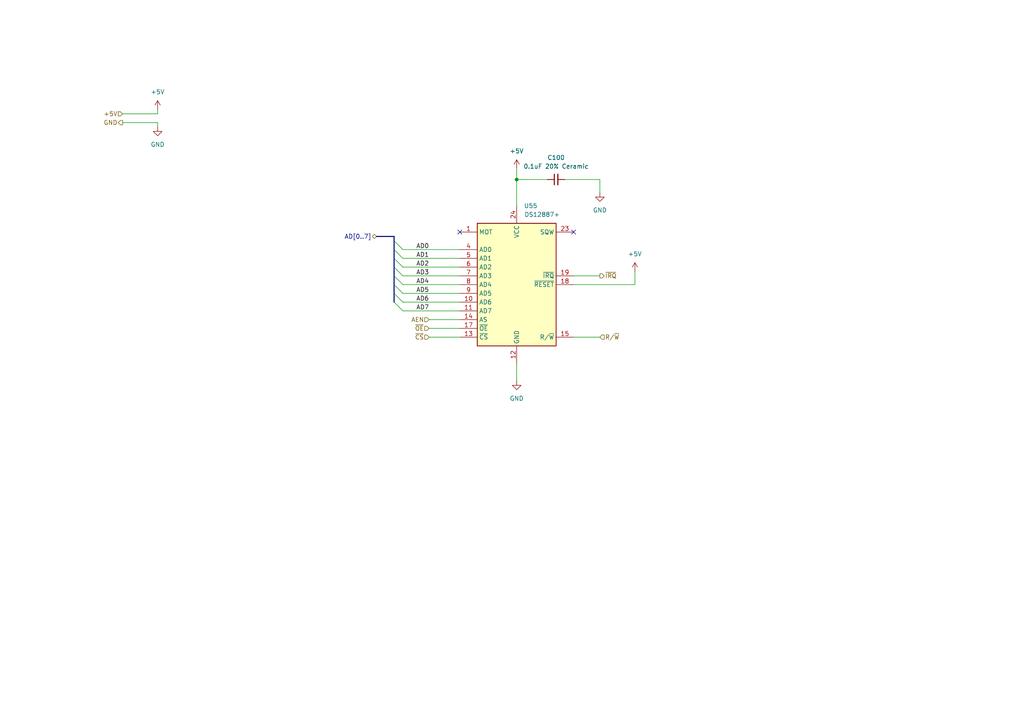
<source format=kicad_sch>
(kicad_sch
	(version 20231120)
	(generator "eeschema")
	(generator_version "8.0")
	(uuid "e27a59d5-7fc4-4d28-8e05-71093b7f1ae5")
	(paper "A4")
	(lib_symbols
		(symbol "Device:C_Small"
			(pin_numbers hide)
			(pin_names
				(offset 0.254) hide)
			(exclude_from_sim no)
			(in_bom yes)
			(on_board yes)
			(property "Reference" "C"
				(at 0.254 1.778 0)
				(effects
					(font
						(size 1.27 1.27)
					)
					(justify left)
				)
			)
			(property "Value" "C_Small"
				(at 0.254 -2.032 0)
				(effects
					(font
						(size 1.27 1.27)
					)
					(justify left)
				)
			)
			(property "Footprint" ""
				(at 0 0 0)
				(effects
					(font
						(size 1.27 1.27)
					)
					(hide yes)
				)
			)
			(property "Datasheet" "~"
				(at 0 0 0)
				(effects
					(font
						(size 1.27 1.27)
					)
					(hide yes)
				)
			)
			(property "Description" "Unpolarized capacitor, small symbol"
				(at 0 0 0)
				(effects
					(font
						(size 1.27 1.27)
					)
					(hide yes)
				)
			)
			(property "ki_keywords" "capacitor cap"
				(at 0 0 0)
				(effects
					(font
						(size 1.27 1.27)
					)
					(hide yes)
				)
			)
			(property "ki_fp_filters" "C_*"
				(at 0 0 0)
				(effects
					(font
						(size 1.27 1.27)
					)
					(hide yes)
				)
			)
			(symbol "C_Small_0_1"
				(polyline
					(pts
						(xy -1.524 -0.508) (xy 1.524 -0.508)
					)
					(stroke
						(width 0.3302)
						(type default)
					)
					(fill
						(type none)
					)
				)
				(polyline
					(pts
						(xy -1.524 0.508) (xy 1.524 0.508)
					)
					(stroke
						(width 0.3048)
						(type default)
					)
					(fill
						(type none)
					)
				)
			)
			(symbol "C_Small_1_1"
				(pin passive line
					(at 0 2.54 270)
					(length 2.032)
					(name "~"
						(effects
							(font
								(size 1.27 1.27)
							)
						)
					)
					(number "1"
						(effects
							(font
								(size 1.27 1.27)
							)
						)
					)
				)
				(pin passive line
					(at 0 -2.54 90)
					(length 2.032)
					(name "~"
						(effects
							(font
								(size 1.27 1.27)
							)
						)
					)
					(number "2"
						(effects
							(font
								(size 1.27 1.27)
							)
						)
					)
				)
			)
		)
		(symbol "SamacSys_Parts:DS12887+"
			(exclude_from_sim no)
			(in_bom yes)
			(on_board yes)
			(property "Reference" "IC"
				(at 29.21 7.62 0)
				(effects
					(font
						(size 1.27 1.27)
					)
					(justify left top)
				)
			)
			(property "Value" "DS12887+"
				(at 29.21 5.08 0)
				(effects
					(font
						(size 1.27 1.27)
					)
					(justify left top)
				)
			)
			(property "Footprint" "DIP1549W53P254L3378H1041Q24N"
				(at 29.21 -94.92 0)
				(effects
					(font
						(size 1.27 1.27)
					)
					(justify left top)
					(hide yes)
				)
			)
			(property "Datasheet" "https://datasheet.datasheetarchive.com/originals/distributors/SFDatasheet-4/sf-00086244.pdf"
				(at 29.21 -194.92 0)
				(effects
					(font
						(size 1.27 1.27)
					)
					(justify left top)
					(hide yes)
				)
			)
			(property "Description" "DS12887+, Real Time Clock, Alarm, Calendar, Clock, 114B RAM, Multiplexed, 4.5  5.5 V, 24-Pin EDIP"
				(at 14.732 -69.596 0)
				(effects
					(font
						(size 1.27 1.27)
					)
					(hide yes)
				)
			)
			(property "Height" "10.414"
				(at 29.21 -394.92 0)
				(effects
					(font
						(size 1.27 1.27)
					)
					(justify left top)
					(hide yes)
				)
			)
			(property "Mouser Part Number" "700-DS12887"
				(at 29.21 -494.92 0)
				(effects
					(font
						(size 1.27 1.27)
					)
					(justify left top)
					(hide yes)
				)
			)
			(property "Mouser Price/Stock" "https://www.mouser.co.uk/ProductDetail/Maxim-Integrated/DS12887%2b?qs=0Y9aZN%252BMVCXiqPsl9Ldr1A%3D%3D"
				(at 29.21 -594.92 0)
				(effects
					(font
						(size 1.27 1.27)
					)
					(justify left top)
					(hide yes)
				)
			)
			(property "Manufacturer_Name" "Analog Devices"
				(at 29.21 -694.92 0)
				(effects
					(font
						(size 1.27 1.27)
					)
					(justify left top)
					(hide yes)
				)
			)
			(property "Manufacturer_Part_Number" "DS12887+"
				(at 29.21 -794.92 0)
				(effects
					(font
						(size 1.27 1.27)
					)
					(justify left top)
					(hide yes)
				)
			)
			(symbol "DS12887+_1_1"
				(rectangle
					(start 5.08 2.54)
					(end 27.94 -33.02)
					(stroke
						(width 0.254)
						(type default)
					)
					(fill
						(type background)
					)
				)
				(pin input line
					(at 0 0 0)
					(length 5.08)
					(name "MOT"
						(effects
							(font
								(size 1.27 1.27)
							)
						)
					)
					(number "1"
						(effects
							(font
								(size 1.27 1.27)
							)
						)
					)
				)
				(pin bidirectional line
					(at 0 -20.32 0)
					(length 5.08)
					(name "AD6"
						(effects
							(font
								(size 1.27 1.27)
							)
						)
					)
					(number "10"
						(effects
							(font
								(size 1.27 1.27)
							)
						)
					)
				)
				(pin bidirectional line
					(at 0 -22.86 0)
					(length 5.08)
					(name "AD7"
						(effects
							(font
								(size 1.27 1.27)
							)
						)
					)
					(number "11"
						(effects
							(font
								(size 1.27 1.27)
							)
						)
					)
				)
				(pin power_in line
					(at 16.51 -38.1 90)
					(length 5.08)
					(name "GND"
						(effects
							(font
								(size 1.27 1.27)
							)
						)
					)
					(number "12"
						(effects
							(font
								(size 1.27 1.27)
							)
						)
					)
				)
				(pin input line
					(at 0 -30.48 0)
					(length 5.08)
					(name "~{CS}"
						(effects
							(font
								(size 1.27 1.27)
							)
						)
					)
					(number "13"
						(effects
							(font
								(size 1.27 1.27)
							)
						)
					)
				)
				(pin input line
					(at 0 -25.4 0)
					(length 5.08)
					(name "AS"
						(effects
							(font
								(size 1.27 1.27)
							)
						)
					)
					(number "14"
						(effects
							(font
								(size 1.27 1.27)
							)
						)
					)
				)
				(pin input line
					(at 33.02 -30.48 180)
					(length 5.08)
					(name "R/~{W}"
						(effects
							(font
								(size 1.27 1.27)
							)
						)
					)
					(number "15"
						(effects
							(font
								(size 1.27 1.27)
							)
						)
					)
				)
				(pin no_connect line
					(at -6.35 -50.8 0)
					(length 5.08) hide
					(name "N.C."
						(effects
							(font
								(size 1.27 1.27)
							)
						)
					)
					(number "16"
						(effects
							(font
								(size 1.27 1.27)
							)
						)
					)
				)
				(pin input line
					(at 0 -27.94 0)
					(length 5.08)
					(name "~{OE}"
						(effects
							(font
								(size 1.27 1.27)
							)
						)
					)
					(number "17"
						(effects
							(font
								(size 1.27 1.27)
							)
						)
					)
					(alternate "DS" input line)
				)
				(pin input line
					(at 33.02 -15.24 180)
					(length 5.08)
					(name "~{RESET}"
						(effects
							(font
								(size 1.27 1.27)
							)
						)
					)
					(number "18"
						(effects
							(font
								(size 1.27 1.27)
							)
						)
					)
				)
				(pin output line
					(at 33.02 -12.7 180)
					(length 5.08)
					(name "~{IRQ}"
						(effects
							(font
								(size 1.27 1.27)
							)
						)
					)
					(number "19"
						(effects
							(font
								(size 1.27 1.27)
							)
						)
					)
				)
				(pin no_connect line
					(at -6.35 -38.1 0)
					(length 5.08) hide
					(name "N.C."
						(effects
							(font
								(size 1.27 1.27)
							)
						)
					)
					(number "2"
						(effects
							(font
								(size 1.27 1.27)
							)
						)
					)
				)
				(pin no_connect line
					(at -6.35 -48.26 0)
					(length 5.08) hide
					(name "N.C."
						(effects
							(font
								(size 1.27 1.27)
							)
						)
					)
					(number "20"
						(effects
							(font
								(size 1.27 1.27)
							)
						)
					)
				)
				(pin no_connect line
					(at -6.35 -45.72 0)
					(length 5.08) hide
					(name "N.C."
						(effects
							(font
								(size 1.27 1.27)
							)
						)
					)
					(number "21"
						(effects
							(font
								(size 1.27 1.27)
							)
						)
					)
				)
				(pin no_connect line
					(at -6.35 -43.18 0)
					(length 5.08) hide
					(name "N.C."
						(effects
							(font
								(size 1.27 1.27)
							)
						)
					)
					(number "22"
						(effects
							(font
								(size 1.27 1.27)
							)
						)
					)
				)
				(pin output line
					(at 33.02 0 180)
					(length 5.08)
					(name "SQW"
						(effects
							(font
								(size 1.27 1.27)
							)
						)
					)
					(number "23"
						(effects
							(font
								(size 1.27 1.27)
							)
						)
					)
				)
				(pin power_in line
					(at 16.51 7.62 270)
					(length 5.08)
					(name "VCC"
						(effects
							(font
								(size 1.27 1.27)
							)
						)
					)
					(number "24"
						(effects
							(font
								(size 1.27 1.27)
							)
						)
					)
				)
				(pin no_connect line
					(at -6.35 -40.64 0)
					(length 5.08) hide
					(name "N.C."
						(effects
							(font
								(size 1.27 1.27)
							)
						)
					)
					(number "3"
						(effects
							(font
								(size 1.27 1.27)
							)
						)
					)
				)
				(pin bidirectional line
					(at 0 -5.08 0)
					(length 5.08)
					(name "AD0"
						(effects
							(font
								(size 1.27 1.27)
							)
						)
					)
					(number "4"
						(effects
							(font
								(size 1.27 1.27)
							)
						)
					)
				)
				(pin bidirectional line
					(at 0 -7.62 0)
					(length 5.08)
					(name "AD1"
						(effects
							(font
								(size 1.27 1.27)
							)
						)
					)
					(number "5"
						(effects
							(font
								(size 1.27 1.27)
							)
						)
					)
				)
				(pin bidirectional line
					(at 0 -10.16 0)
					(length 5.08)
					(name "AD2"
						(effects
							(font
								(size 1.27 1.27)
							)
						)
					)
					(number "6"
						(effects
							(font
								(size 1.27 1.27)
							)
						)
					)
				)
				(pin bidirectional line
					(at 0 -12.7 0)
					(length 5.08)
					(name "AD3"
						(effects
							(font
								(size 1.27 1.27)
							)
						)
					)
					(number "7"
						(effects
							(font
								(size 1.27 1.27)
							)
						)
					)
				)
				(pin bidirectional line
					(at 0 -15.24 0)
					(length 5.08)
					(name "AD4"
						(effects
							(font
								(size 1.27 1.27)
							)
						)
					)
					(number "8"
						(effects
							(font
								(size 1.27 1.27)
							)
						)
					)
				)
				(pin bidirectional line
					(at 0 -17.78 0)
					(length 5.08)
					(name "AD5"
						(effects
							(font
								(size 1.27 1.27)
							)
						)
					)
					(number "9"
						(effects
							(font
								(size 1.27 1.27)
							)
						)
					)
				)
			)
		)
		(symbol "power:+5V"
			(power)
			(pin_names
				(offset 0)
			)
			(exclude_from_sim no)
			(in_bom yes)
			(on_board yes)
			(property "Reference" "#PWR"
				(at 0 -3.81 0)
				(effects
					(font
						(size 1.27 1.27)
					)
					(hide yes)
				)
			)
			(property "Value" "+5V"
				(at 0 3.556 0)
				(effects
					(font
						(size 1.27 1.27)
					)
				)
			)
			(property "Footprint" ""
				(at 0 0 0)
				(effects
					(font
						(size 1.27 1.27)
					)
					(hide yes)
				)
			)
			(property "Datasheet" ""
				(at 0 0 0)
				(effects
					(font
						(size 1.27 1.27)
					)
					(hide yes)
				)
			)
			(property "Description" "Power symbol creates a global label with name \"+5V\""
				(at 0 0 0)
				(effects
					(font
						(size 1.27 1.27)
					)
					(hide yes)
				)
			)
			(property "ki_keywords" "global power"
				(at 0 0 0)
				(effects
					(font
						(size 1.27 1.27)
					)
					(hide yes)
				)
			)
			(symbol "+5V_0_1"
				(polyline
					(pts
						(xy -0.762 1.27) (xy 0 2.54)
					)
					(stroke
						(width 0)
						(type default)
					)
					(fill
						(type none)
					)
				)
				(polyline
					(pts
						(xy 0 0) (xy 0 2.54)
					)
					(stroke
						(width 0)
						(type default)
					)
					(fill
						(type none)
					)
				)
				(polyline
					(pts
						(xy 0 2.54) (xy 0.762 1.27)
					)
					(stroke
						(width 0)
						(type default)
					)
					(fill
						(type none)
					)
				)
			)
			(symbol "+5V_1_1"
				(pin power_in line
					(at 0 0 90)
					(length 0) hide
					(name "+5V"
						(effects
							(font
								(size 1.27 1.27)
							)
						)
					)
					(number "1"
						(effects
							(font
								(size 1.27 1.27)
							)
						)
					)
				)
			)
		)
		(symbol "power:GND"
			(power)
			(pin_names
				(offset 0)
			)
			(exclude_from_sim no)
			(in_bom yes)
			(on_board yes)
			(property "Reference" "#PWR"
				(at 0 -6.35 0)
				(effects
					(font
						(size 1.27 1.27)
					)
					(hide yes)
				)
			)
			(property "Value" "GND"
				(at 0 -3.81 0)
				(effects
					(font
						(size 1.27 1.27)
					)
				)
			)
			(property "Footprint" ""
				(at 0 0 0)
				(effects
					(font
						(size 1.27 1.27)
					)
					(hide yes)
				)
			)
			(property "Datasheet" ""
				(at 0 0 0)
				(effects
					(font
						(size 1.27 1.27)
					)
					(hide yes)
				)
			)
			(property "Description" "Power symbol creates a global label with name \"GND\" , ground"
				(at 0 0 0)
				(effects
					(font
						(size 1.27 1.27)
					)
					(hide yes)
				)
			)
			(property "ki_keywords" "global power"
				(at 0 0 0)
				(effects
					(font
						(size 1.27 1.27)
					)
					(hide yes)
				)
			)
			(symbol "GND_0_1"
				(polyline
					(pts
						(xy 0 0) (xy 0 -1.27) (xy 1.27 -1.27) (xy 0 -2.54) (xy -1.27 -1.27) (xy 0 -1.27)
					)
					(stroke
						(width 0)
						(type default)
					)
					(fill
						(type none)
					)
				)
			)
			(symbol "GND_1_1"
				(pin power_in line
					(at 0 0 270)
					(length 0) hide
					(name "GND"
						(effects
							(font
								(size 1.27 1.27)
							)
						)
					)
					(number "1"
						(effects
							(font
								(size 1.27 1.27)
							)
						)
					)
				)
			)
		)
	)
	(junction
		(at 149.86 52.07)
		(diameter 0)
		(color 0 0 0 0)
		(uuid "21e46605-c460-4514-8d84-6c4d4a6bd8f1")
	)
	(no_connect
		(at 166.37 67.31)
		(uuid "3b3cd461-f7f2-42f5-b682-b640d67942e3")
	)
	(no_connect
		(at 133.35 67.31)
		(uuid "bea690d6-a749-43eb-a063-7f6f3b0c235a")
	)
	(bus_entry
		(at 114.3 87.63)
		(size 2.54 2.54)
		(stroke
			(width 0)
			(type default)
		)
		(uuid "2361bacb-ad01-4dc7-b9f2-a0c5b7e6c33c")
	)
	(bus_entry
		(at 114.3 82.55)
		(size 2.54 2.54)
		(stroke
			(width 0)
			(type default)
		)
		(uuid "6915565a-9a7a-41bf-9075-591982fb9f8e")
	)
	(bus_entry
		(at 114.3 80.01)
		(size 2.54 2.54)
		(stroke
			(width 0)
			(type default)
		)
		(uuid "7406a882-b6ae-413b-8daa-a28dc1d845c5")
	)
	(bus_entry
		(at 114.3 74.93)
		(size 2.54 2.54)
		(stroke
			(width 0)
			(type default)
		)
		(uuid "78039fab-1d9e-4ded-9b8c-aac0318396f3")
	)
	(bus_entry
		(at 114.3 72.39)
		(size 2.54 2.54)
		(stroke
			(width 0)
			(type default)
		)
		(uuid "926cafb4-88e8-4c96-8f5c-4848f089d84b")
	)
	(bus_entry
		(at 114.3 77.47)
		(size 2.54 2.54)
		(stroke
			(width 0)
			(type default)
		)
		(uuid "cb8ac93d-cf7c-411e-ae7d-665ac6e1012a")
	)
	(bus_entry
		(at 114.3 69.85)
		(size 2.54 2.54)
		(stroke
			(width 0)
			(type default)
		)
		(uuid "d7dd4320-71a3-4a91-9007-43b655d70d45")
	)
	(bus_entry
		(at 114.3 85.09)
		(size 2.54 2.54)
		(stroke
			(width 0)
			(type default)
		)
		(uuid "fa4fb428-51ae-47b0-be21-c5b75ae57271")
	)
	(wire
		(pts
			(xy 116.84 77.47) (xy 133.35 77.47)
		)
		(stroke
			(width 0)
			(type default)
		)
		(uuid "0725aead-e905-4822-af40-9cbc2f7e3e29")
	)
	(wire
		(pts
			(xy 35.56 33.02) (xy 45.72 33.02)
		)
		(stroke
			(width 0)
			(type default)
		)
		(uuid "09e5091c-5b93-4f85-9fa3-9b66164363f0")
	)
	(bus
		(pts
			(xy 114.3 82.55) (xy 114.3 80.01)
		)
		(stroke
			(width 0)
			(type default)
		)
		(uuid "1ef57a48-5b60-4aa4-b8b5-8a20e110c582")
	)
	(bus
		(pts
			(xy 114.3 77.47) (xy 114.3 74.93)
		)
		(stroke
			(width 0)
			(type default)
		)
		(uuid "245ca2af-fe12-4fa3-9b63-1d5fd7082416")
	)
	(wire
		(pts
			(xy 173.99 52.07) (xy 173.99 55.88)
		)
		(stroke
			(width 0)
			(type default)
		)
		(uuid "25623dd3-17fa-4c92-b1dd-1513a6e25916")
	)
	(wire
		(pts
			(xy 149.86 52.07) (xy 158.75 52.07)
		)
		(stroke
			(width 0)
			(type default)
		)
		(uuid "3ad1c2b8-534a-41bc-be7f-68ac14d9931e")
	)
	(wire
		(pts
			(xy 166.37 82.55) (xy 184.15 82.55)
		)
		(stroke
			(width 0)
			(type default)
		)
		(uuid "41ef9b5d-61e4-446a-bfe5-650ce7a4d8f8")
	)
	(wire
		(pts
			(xy 173.99 80.01) (xy 166.37 80.01)
		)
		(stroke
			(width 0)
			(type default)
		)
		(uuid "43e94830-4489-4838-9989-1264e0fed801")
	)
	(wire
		(pts
			(xy 116.84 72.39) (xy 133.35 72.39)
		)
		(stroke
			(width 0)
			(type default)
		)
		(uuid "4ab39fe4-a32d-42a9-b124-be34cf9fe4b8")
	)
	(wire
		(pts
			(xy 124.46 92.71) (xy 133.35 92.71)
		)
		(stroke
			(width 0)
			(type default)
		)
		(uuid "4f9271cd-6733-44ef-8b83-e7effe36a8bd")
	)
	(bus
		(pts
			(xy 114.3 87.63) (xy 114.3 85.09)
		)
		(stroke
			(width 0)
			(type default)
		)
		(uuid "51a49aac-7e56-4b97-9e54-be972a1f341c")
	)
	(bus
		(pts
			(xy 114.3 80.01) (xy 114.3 77.47)
		)
		(stroke
			(width 0)
			(type default)
		)
		(uuid "567608d2-1037-44b1-8aa8-75ae22f2151a")
	)
	(wire
		(pts
			(xy 149.86 52.07) (xy 149.86 59.69)
		)
		(stroke
			(width 0)
			(type default)
		)
		(uuid "6bd6e66c-13cf-49d0-a517-f06e881af947")
	)
	(wire
		(pts
			(xy 45.72 35.56) (xy 45.72 36.83)
		)
		(stroke
			(width 0)
			(type default)
		)
		(uuid "6fff3af8-5768-4c22-b438-445a161b36d5")
	)
	(wire
		(pts
			(xy 35.56 35.56) (xy 45.72 35.56)
		)
		(stroke
			(width 0)
			(type default)
		)
		(uuid "7bda6f4b-7fe9-4438-b1a4-5544c1a1dd30")
	)
	(wire
		(pts
			(xy 124.46 97.79) (xy 133.35 97.79)
		)
		(stroke
			(width 0)
			(type default)
		)
		(uuid "8a4225b8-3040-4493-b355-b140aaaf0c41")
	)
	(wire
		(pts
			(xy 163.83 52.07) (xy 173.99 52.07)
		)
		(stroke
			(width 0)
			(type default)
		)
		(uuid "94b8c33e-0af5-40a7-a3fb-bf4ab863eac1")
	)
	(wire
		(pts
			(xy 45.72 33.02) (xy 45.72 31.75)
		)
		(stroke
			(width 0)
			(type default)
		)
		(uuid "95d5f6db-4599-4314-8188-2a727b9cf4ea")
	)
	(bus
		(pts
			(xy 114.3 85.09) (xy 114.3 82.55)
		)
		(stroke
			(width 0)
			(type default)
		)
		(uuid "9fba2b29-b92d-429c-a602-6e7bea488a20")
	)
	(wire
		(pts
			(xy 173.99 97.79) (xy 166.37 97.79)
		)
		(stroke
			(width 0)
			(type default)
		)
		(uuid "a3963b06-9d3d-47fa-950b-c439f01f6379")
	)
	(wire
		(pts
			(xy 149.86 48.895) (xy 149.86 52.07)
		)
		(stroke
			(width 0)
			(type default)
		)
		(uuid "aa2e89ed-c179-4244-b747-d7c21877ebb3")
	)
	(wire
		(pts
			(xy 149.86 105.41) (xy 149.86 110.49)
		)
		(stroke
			(width 0)
			(type default)
		)
		(uuid "acfd1723-d25b-46d6-ab19-d0c35cd76fb6")
	)
	(wire
		(pts
			(xy 116.84 87.63) (xy 133.35 87.63)
		)
		(stroke
			(width 0)
			(type default)
		)
		(uuid "b098e455-23c7-4415-a672-38ad58b096bb")
	)
	(wire
		(pts
			(xy 116.84 80.01) (xy 133.35 80.01)
		)
		(stroke
			(width 0)
			(type default)
		)
		(uuid "b2b52c44-467b-44ba-9510-1c59d781a13a")
	)
	(bus
		(pts
			(xy 114.3 74.93) (xy 114.3 72.39)
		)
		(stroke
			(width 0)
			(type default)
		)
		(uuid "c148589b-3af7-4702-aaa0-1b310db32b01")
	)
	(bus
		(pts
			(xy 114.3 72.39) (xy 114.3 69.85)
		)
		(stroke
			(width 0)
			(type default)
		)
		(uuid "c73ff02b-0a34-4b95-a32b-f4b1446fbf7e")
	)
	(wire
		(pts
			(xy 116.84 74.93) (xy 133.35 74.93)
		)
		(stroke
			(width 0)
			(type default)
		)
		(uuid "cc76c6e5-d9a6-48bc-a235-26695469fbef")
	)
	(wire
		(pts
			(xy 184.15 82.55) (xy 184.15 78.74)
		)
		(stroke
			(width 0)
			(type default)
		)
		(uuid "d43dd389-dec7-4ff0-a815-64e5c25d3b92")
	)
	(wire
		(pts
			(xy 116.84 82.55) (xy 133.35 82.55)
		)
		(stroke
			(width 0)
			(type default)
		)
		(uuid "d962f86d-2aaf-455c-aa9b-c4f404d913fd")
	)
	(wire
		(pts
			(xy 124.46 95.25) (xy 133.35 95.25)
		)
		(stroke
			(width 0)
			(type default)
		)
		(uuid "daf360c4-260c-4ff4-8aff-3247a63e5be2")
	)
	(bus
		(pts
			(xy 114.3 68.58) (xy 109.22 68.58)
		)
		(stroke
			(width 0)
			(type default)
		)
		(uuid "e424f72a-653c-4f90-96cd-6aa810dc979c")
	)
	(bus
		(pts
			(xy 114.3 69.85) (xy 114.3 68.58)
		)
		(stroke
			(width 0)
			(type default)
		)
		(uuid "e9bfb412-a5c7-42a6-abed-5a1b1c28bbbf")
	)
	(wire
		(pts
			(xy 116.84 90.17) (xy 133.35 90.17)
		)
		(stroke
			(width 0)
			(type default)
		)
		(uuid "ea091c29-cd6d-49a1-91c0-75da7636b012")
	)
	(wire
		(pts
			(xy 116.84 85.09) (xy 133.35 85.09)
		)
		(stroke
			(width 0)
			(type default)
		)
		(uuid "ff6cc598-9e40-41e1-aa49-5dc38b1d8728")
	)
	(label "AD3"
		(at 124.46 80.01 180)
		(fields_autoplaced yes)
		(effects
			(font
				(size 1.27 1.27)
			)
			(justify right bottom)
		)
		(uuid "1e5ea7dd-70bf-4f81-a628-7492b427ceb1")
	)
	(label "AD1"
		(at 124.46 74.93 180)
		(fields_autoplaced yes)
		(effects
			(font
				(size 1.27 1.27)
			)
			(justify right bottom)
		)
		(uuid "4cef9be4-e407-4985-87aa-b76668639887")
	)
	(label "AD2"
		(at 124.46 77.47 180)
		(fields_autoplaced yes)
		(effects
			(font
				(size 1.27 1.27)
			)
			(justify right bottom)
		)
		(uuid "66d97886-012d-4971-862e-77dfe4b9fb80")
	)
	(label "AD4"
		(at 124.46 82.55 180)
		(fields_autoplaced yes)
		(effects
			(font
				(size 1.27 1.27)
			)
			(justify right bottom)
		)
		(uuid "69fe0c4b-9249-4610-ad1a-df272be35f73")
	)
	(label "AD0"
		(at 124.46 72.39 180)
		(fields_autoplaced yes)
		(effects
			(font
				(size 1.27 1.27)
			)
			(justify right bottom)
		)
		(uuid "7b2cd2fe-39d1-4322-8d35-d46e9cb74254")
	)
	(label "AD7"
		(at 124.46 90.17 180)
		(fields_autoplaced yes)
		(effects
			(font
				(size 1.27 1.27)
			)
			(justify right bottom)
		)
		(uuid "7dc61765-12e4-45a0-99ec-04bea7bd6296")
	)
	(label "AD6"
		(at 124.46 87.63 180)
		(fields_autoplaced yes)
		(effects
			(font
				(size 1.27 1.27)
			)
			(justify right bottom)
		)
		(uuid "7e99624f-a7e0-4ce2-b2d6-0926a8c0107a")
	)
	(label "AD5"
		(at 124.46 85.09 180)
		(fields_autoplaced yes)
		(effects
			(font
				(size 1.27 1.27)
			)
			(justify right bottom)
		)
		(uuid "c2e85c5b-1b9a-4a7a-a6d8-bd3facb1c7f7")
	)
	(hierarchical_label "~{OE}"
		(shape input)
		(at 124.46 95.25 180)
		(fields_autoplaced yes)
		(effects
			(font
				(size 1.27 1.27)
			)
			(justify right)
		)
		(uuid "0adb6d3f-31fe-479f-801c-802e79d80b0c")
	)
	(hierarchical_label "R/~{W}"
		(shape input)
		(at 173.99 97.79 0)
		(fields_autoplaced yes)
		(effects
			(font
				(size 1.27 1.27)
			)
			(justify left)
		)
		(uuid "2180a75f-f92e-4af0-9faf-796d936fdd73")
	)
	(hierarchical_label "AD[0..7]"
		(shape bidirectional)
		(at 109.22 68.58 180)
		(fields_autoplaced yes)
		(effects
			(font
				(size 1.27 1.27)
			)
			(justify right)
		)
		(uuid "4c26d128-14aa-49c8-b2a2-95d27567bcea")
	)
	(hierarchical_label "AEN"
		(shape input)
		(at 124.46 92.71 180)
		(fields_autoplaced yes)
		(effects
			(font
				(size 1.27 1.27)
			)
			(justify right)
		)
		(uuid "52927198-bff7-469e-91ae-6a2080dac4a0")
	)
	(hierarchical_label "GND"
		(shape output)
		(at 35.56 35.56 180)
		(fields_autoplaced yes)
		(effects
			(font
				(size 1.27 1.27)
			)
			(justify right)
		)
		(uuid "aab781e4-fe64-414f-bf40-fc9bfe9a0262")
	)
	(hierarchical_label "~{IRQ}"
		(shape output)
		(at 173.99 80.01 0)
		(fields_autoplaced yes)
		(effects
			(font
				(size 1.27 1.27)
			)
			(justify left)
		)
		(uuid "acfe289e-cc1b-46c8-b083-32638b9544d4")
	)
	(hierarchical_label "+5V"
		(shape input)
		(at 35.56 33.02 180)
		(fields_autoplaced yes)
		(effects
			(font
				(size 1.27 1.27)
			)
			(justify right)
		)
		(uuid "c307c4f8-f1c8-4d5b-b3a4-82dd9f85a18e")
	)
	(hierarchical_label "~{CS}"
		(shape input)
		(at 124.46 97.79 180)
		(fields_autoplaced yes)
		(effects
			(font
				(size 1.27 1.27)
			)
			(justify right)
		)
		(uuid "ed207cd7-a2af-4e14-9cd0-860f0d795ec7")
	)
	(symbol
		(lib_id "Device:C_Small")
		(at 161.29 52.07 90)
		(unit 1)
		(exclude_from_sim no)
		(in_bom yes)
		(on_board yes)
		(dnp no)
		(fields_autoplaced yes)
		(uuid "36adaffe-6f79-420e-aa38-4fc66a0769bb")
		(property "Reference" "C100"
			(at 161.2963 45.72 90)
			(effects
				(font
					(size 1.27 1.27)
				)
			)
		)
		(property "Value" "0.1uF 20% Ceramic"
			(at 161.2963 48.26 90)
			(effects
				(font
					(size 1.27 1.27)
				)
			)
		)
		(property "Footprint" "Capacitor_SMD:C_0805_2012Metric"
			(at 161.29 52.07 0)
			(effects
				(font
					(size 1.27 1.27)
				)
				(hide yes)
			)
		)
		(property "Datasheet" "~"
			(at 161.29 52.07 0)
			(effects
				(font
					(size 1.27 1.27)
				)
				(hide yes)
			)
		)
		(property "Description" ""
			(at 161.29 52.07 0)
			(effects
				(font
					(size 1.27 1.27)
				)
				(hide yes)
			)
		)
		(pin "2"
			(uuid "f6ca58cd-9fe4-4675-b4e5-e59f53113ca8")
		)
		(pin "1"
			(uuid "edd7af76-1283-4da3-939a-62681cb2987f")
		)
		(instances
			(project "sbc_8088"
				(path "/5e468d94-0319-44d1-a77f-2adc451eed13/fd211e63-c72f-4b46-9c71-46cfbe6a0f22"
					(reference "C100")
					(unit 1)
				)
			)
		)
	)
	(symbol
		(lib_id "power:GND")
		(at 173.99 55.88 0)
		(unit 1)
		(exclude_from_sim no)
		(in_bom yes)
		(on_board yes)
		(dnp no)
		(fields_autoplaced yes)
		(uuid "5e8fc7c0-f4ef-4a20-b761-fb3d49b870cb")
		(property "Reference" "#PWR0150"
			(at 173.99 62.23 0)
			(effects
				(font
					(size 1.27 1.27)
				)
				(hide yes)
			)
		)
		(property "Value" "GND"
			(at 173.99 60.96 0)
			(effects
				(font
					(size 1.27 1.27)
				)
			)
		)
		(property "Footprint" ""
			(at 173.99 55.88 0)
			(effects
				(font
					(size 1.27 1.27)
				)
				(hide yes)
			)
		)
		(property "Datasheet" ""
			(at 173.99 55.88 0)
			(effects
				(font
					(size 1.27 1.27)
				)
				(hide yes)
			)
		)
		(property "Description" ""
			(at 173.99 55.88 0)
			(effects
				(font
					(size 1.27 1.27)
				)
				(hide yes)
			)
		)
		(pin "1"
			(uuid "d73e9ac9-f490-4c66-9b98-6f85932ebcc2")
		)
		(instances
			(project "sbc_8088"
				(path "/5e468d94-0319-44d1-a77f-2adc451eed13/fd211e63-c72f-4b46-9c71-46cfbe6a0f22"
					(reference "#PWR0150")
					(unit 1)
				)
			)
		)
	)
	(symbol
		(lib_id "power:+5V")
		(at 45.72 31.75 0)
		(unit 1)
		(exclude_from_sim no)
		(in_bom yes)
		(on_board yes)
		(dnp no)
		(fields_autoplaced yes)
		(uuid "7642bff3-fef1-4985-82a4-c50c499357b3")
		(property "Reference" "#PWR0153"
			(at 45.72 35.56 0)
			(effects
				(font
					(size 1.27 1.27)
				)
				(hide yes)
			)
		)
		(property "Value" "+5V"
			(at 45.72 26.67 0)
			(effects
				(font
					(size 1.27 1.27)
				)
			)
		)
		(property "Footprint" ""
			(at 45.72 31.75 0)
			(effects
				(font
					(size 1.27 1.27)
				)
				(hide yes)
			)
		)
		(property "Datasheet" ""
			(at 45.72 31.75 0)
			(effects
				(font
					(size 1.27 1.27)
				)
				(hide yes)
			)
		)
		(property "Description" ""
			(at 45.72 31.75 0)
			(effects
				(font
					(size 1.27 1.27)
				)
				(hide yes)
			)
		)
		(pin "1"
			(uuid "cdabbcca-cf72-40d5-87a0-2ab30051849e")
		)
		(instances
			(project "sbc_8088"
				(path "/5e468d94-0319-44d1-a77f-2adc451eed13/fd211e63-c72f-4b46-9c71-46cfbe6a0f22"
					(reference "#PWR0153")
					(unit 1)
				)
			)
		)
	)
	(symbol
		(lib_id "power:GND")
		(at 45.72 36.83 0)
		(unit 1)
		(exclude_from_sim no)
		(in_bom yes)
		(on_board yes)
		(dnp no)
		(fields_autoplaced yes)
		(uuid "84229d57-240d-4105-819f-08918ed12fc4")
		(property "Reference" "#PWR0154"
			(at 45.72 43.18 0)
			(effects
				(font
					(size 1.27 1.27)
				)
				(hide yes)
			)
		)
		(property "Value" "GND"
			(at 45.72 41.91 0)
			(effects
				(font
					(size 1.27 1.27)
				)
			)
		)
		(property "Footprint" ""
			(at 45.72 36.83 0)
			(effects
				(font
					(size 1.27 1.27)
				)
				(hide yes)
			)
		)
		(property "Datasheet" ""
			(at 45.72 36.83 0)
			(effects
				(font
					(size 1.27 1.27)
				)
				(hide yes)
			)
		)
		(property "Description" ""
			(at 45.72 36.83 0)
			(effects
				(font
					(size 1.27 1.27)
				)
				(hide yes)
			)
		)
		(pin "1"
			(uuid "162eaf25-1391-436f-8dec-2d8b63fbe39f")
		)
		(instances
			(project "sbc_8088"
				(path "/5e468d94-0319-44d1-a77f-2adc451eed13/fd211e63-c72f-4b46-9c71-46cfbe6a0f22"
					(reference "#PWR0154")
					(unit 1)
				)
			)
		)
	)
	(symbol
		(lib_id "power:+5V")
		(at 149.86 48.895 0)
		(unit 1)
		(exclude_from_sim no)
		(in_bom yes)
		(on_board yes)
		(dnp no)
		(fields_autoplaced yes)
		(uuid "a81c89f5-fe6f-46b3-88b3-d328224b6c85")
		(property "Reference" "#PWR0152"
			(at 149.86 52.705 0)
			(effects
				(font
					(size 1.27 1.27)
				)
				(hide yes)
			)
		)
		(property "Value" "+5V"
			(at 149.86 43.815 0)
			(effects
				(font
					(size 1.27 1.27)
				)
			)
		)
		(property "Footprint" ""
			(at 149.86 48.895 0)
			(effects
				(font
					(size 1.27 1.27)
				)
				(hide yes)
			)
		)
		(property "Datasheet" ""
			(at 149.86 48.895 0)
			(effects
				(font
					(size 1.27 1.27)
				)
				(hide yes)
			)
		)
		(property "Description" ""
			(at 149.86 48.895 0)
			(effects
				(font
					(size 1.27 1.27)
				)
				(hide yes)
			)
		)
		(pin "1"
			(uuid "7f916a13-bdd5-4927-9126-f27b80c88071")
		)
		(instances
			(project "sbc_8088"
				(path "/5e468d94-0319-44d1-a77f-2adc451eed13/fd211e63-c72f-4b46-9c71-46cfbe6a0f22"
					(reference "#PWR0152")
					(unit 1)
				)
			)
		)
	)
	(symbol
		(lib_id "power:GND")
		(at 149.86 110.49 0)
		(unit 1)
		(exclude_from_sim no)
		(in_bom yes)
		(on_board yes)
		(dnp no)
		(fields_autoplaced yes)
		(uuid "b3b05980-e08b-4a48-a185-eec07e26543f")
		(property "Reference" "#PWR0151"
			(at 149.86 116.84 0)
			(effects
				(font
					(size 1.27 1.27)
				)
				(hide yes)
			)
		)
		(property "Value" "GND"
			(at 149.86 115.57 0)
			(effects
				(font
					(size 1.27 1.27)
				)
			)
		)
		(property "Footprint" ""
			(at 149.86 110.49 0)
			(effects
				(font
					(size 1.27 1.27)
				)
				(hide yes)
			)
		)
		(property "Datasheet" ""
			(at 149.86 110.49 0)
			(effects
				(font
					(size 1.27 1.27)
				)
				(hide yes)
			)
		)
		(property "Description" ""
			(at 149.86 110.49 0)
			(effects
				(font
					(size 1.27 1.27)
				)
				(hide yes)
			)
		)
		(pin "1"
			(uuid "23bf1112-2607-48f0-964b-8ab3761d85a4")
		)
		(instances
			(project "sbc_8088"
				(path "/5e468d94-0319-44d1-a77f-2adc451eed13/fd211e63-c72f-4b46-9c71-46cfbe6a0f22"
					(reference "#PWR0151")
					(unit 1)
				)
			)
		)
	)
	(symbol
		(lib_id "power:+5V")
		(at 184.15 78.74 0)
		(unit 1)
		(exclude_from_sim no)
		(in_bom yes)
		(on_board yes)
		(dnp no)
		(fields_autoplaced yes)
		(uuid "d90c1726-318a-403a-a35d-832523c91288")
		(property "Reference" "#PWR084"
			(at 184.15 82.55 0)
			(effects
				(font
					(size 1.27 1.27)
				)
				(hide yes)
			)
		)
		(property "Value" "+5V"
			(at 184.15 73.66 0)
			(effects
				(font
					(size 1.27 1.27)
				)
			)
		)
		(property "Footprint" ""
			(at 184.15 78.74 0)
			(effects
				(font
					(size 1.27 1.27)
				)
				(hide yes)
			)
		)
		(property "Datasheet" ""
			(at 184.15 78.74 0)
			(effects
				(font
					(size 1.27 1.27)
				)
				(hide yes)
			)
		)
		(property "Description" ""
			(at 184.15 78.74 0)
			(effects
				(font
					(size 1.27 1.27)
				)
				(hide yes)
			)
		)
		(pin "1"
			(uuid "99cc6720-bf09-4ae3-b0bc-05fb6614195a")
		)
		(instances
			(project "sbc_8088"
				(path "/5e468d94-0319-44d1-a77f-2adc451eed13/fd211e63-c72f-4b46-9c71-46cfbe6a0f22"
					(reference "#PWR084")
					(unit 1)
				)
			)
		)
	)
	(symbol
		(lib_id "SamacSys_Parts:DS12887+")
		(at 133.35 67.31 0)
		(unit 1)
		(exclude_from_sim no)
		(in_bom yes)
		(on_board yes)
		(dnp no)
		(uuid "e4e5d74b-ddbc-4b23-bc34-7ad2d7bd65f5")
		(property "Reference" "U55"
			(at 153.924 59.69 0)
			(effects
				(font
					(size 1.27 1.27)
				)
			)
		)
		(property "Value" "DS12887+"
			(at 157.226 62.23 0)
			(effects
				(font
					(size 1.27 1.27)
				)
			)
		)
		(property "Footprint" "SamacSys_Parts:DIP1549W53P254L3378H1041Q24N"
			(at 162.56 162.23 0)
			(effects
				(font
					(size 1.27 1.27)
				)
				(justify left top)
				(hide yes)
			)
		)
		(property "Datasheet" "https://datasheet.datasheetarchive.com/originals/distributors/SFDatasheet-4/sf-00086244.pdf"
			(at 162.56 262.23 0)
			(effects
				(font
					(size 1.27 1.27)
				)
				(justify left top)
				(hide yes)
			)
		)
		(property "Description" "DS12887+, Real Time Clock, Alarm, Calendar, Clock, 114B RAM, Multiplexed, 4.5  5.5 V, 24-Pin EDIP"
			(at 133.35 67.31 0)
			(effects
				(font
					(size 1.27 1.27)
				)
				(hide yes)
			)
		)
		(property "Height" "10.414"
			(at 162.56 462.23 0)
			(effects
				(font
					(size 1.27 1.27)
				)
				(justify left top)
				(hide yes)
			)
		)
		(property "Mouser Part Number" "700-DS12887"
			(at 162.56 562.23 0)
			(effects
				(font
					(size 1.27 1.27)
				)
				(justify left top)
				(hide yes)
			)
		)
		(property "Mouser Price/Stock" "https://www.mouser.co.uk/ProductDetail/Maxim-Integrated/DS12887%2b?qs=0Y9aZN%252BMVCXiqPsl9Ldr1A%3D%3D"
			(at 162.56 662.23 0)
			(effects
				(font
					(size 1.27 1.27)
				)
				(justify left top)
				(hide yes)
			)
		)
		(property "Manufacturer_Name" "Analog Devices"
			(at 162.56 762.23 0)
			(effects
				(font
					(size 1.27 1.27)
				)
				(justify left top)
				(hide yes)
			)
		)
		(property "Manufacturer_Part_Number" "DS12887+"
			(at 162.56 862.23 0)
			(effects
				(font
					(size 1.27 1.27)
				)
				(justify left top)
				(hide yes)
			)
		)
		(pin "7"
			(uuid "3eaf6ab3-fa46-4a36-91bb-a1c0a9c41ba7")
		)
		(pin "17"
			(uuid "9c46a0ae-6213-496d-a767-489372a77f5f")
		)
		(pin "3"
			(uuid "58025fea-1602-4473-afa8-b433f324f81b")
		)
		(pin "9"
			(uuid "8234a1f3-4a16-41a2-9cd1-800a75155c80")
		)
		(pin "14"
			(uuid "ffc456dc-2a3b-4278-8e21-95979ebb4a44")
		)
		(pin "11"
			(uuid "c6b4867c-0e5c-4ebb-b38f-3109c687bff6")
		)
		(pin "21"
			(uuid "840ea0d4-c2e9-4821-81e8-8617abd1d7a4")
		)
		(pin "20"
			(uuid "e239110b-a96e-48f3-8a82-aea54b8c3367")
		)
		(pin "24"
			(uuid "11b6e959-2ae1-458b-af96-d3432e119748")
		)
		(pin "15"
			(uuid "ebf79d2e-c724-4d32-ae24-d80ea98fb028")
		)
		(pin "8"
			(uuid "4ca172f6-0d55-4bbe-af33-fd7041332f97")
		)
		(pin "10"
			(uuid "9a6b31b4-45ba-40e4-acc7-e512b5db35c6")
		)
		(pin "12"
			(uuid "45a8f66b-5cf5-4867-91a0-48639a64eee1")
		)
		(pin "2"
			(uuid "1b4f68d1-9425-4238-a718-09bd9098584b")
		)
		(pin "23"
			(uuid "212c9564-f054-4ec2-861d-c1f10685f208")
		)
		(pin "13"
			(uuid "d5ad0dbc-8aef-4f82-b154-6d63cc4b4d4e")
		)
		(pin "4"
			(uuid "804b6837-9cc6-411e-a677-df06399830de")
		)
		(pin "22"
			(uuid "db6b6c12-ece6-44f6-9937-5b065f46c195")
		)
		(pin "18"
			(uuid "a1291710-fec2-4b68-b382-f9e57f3e734c")
		)
		(pin "19"
			(uuid "7374dcba-51c8-4861-b5f8-dd0296d7f46e")
		)
		(pin "5"
			(uuid "5b91fde5-76be-4d0f-8c8a-fa0a9803cb69")
		)
		(pin "6"
			(uuid "11f2d091-44d2-4270-8bd0-7b11da29cad2")
		)
		(pin "16"
			(uuid "7b11ea65-2fb3-48f6-967c-d941e3e134de")
		)
		(pin "1"
			(uuid "50bfa412-7102-4e0f-b418-caf03bfe3132")
		)
		(instances
			(project "sbc_8088"
				(path "/5e468d94-0319-44d1-a77f-2adc451eed13/fd211e63-c72f-4b46-9c71-46cfbe6a0f22"
					(reference "U55")
					(unit 1)
				)
			)
		)
	)
)
</source>
